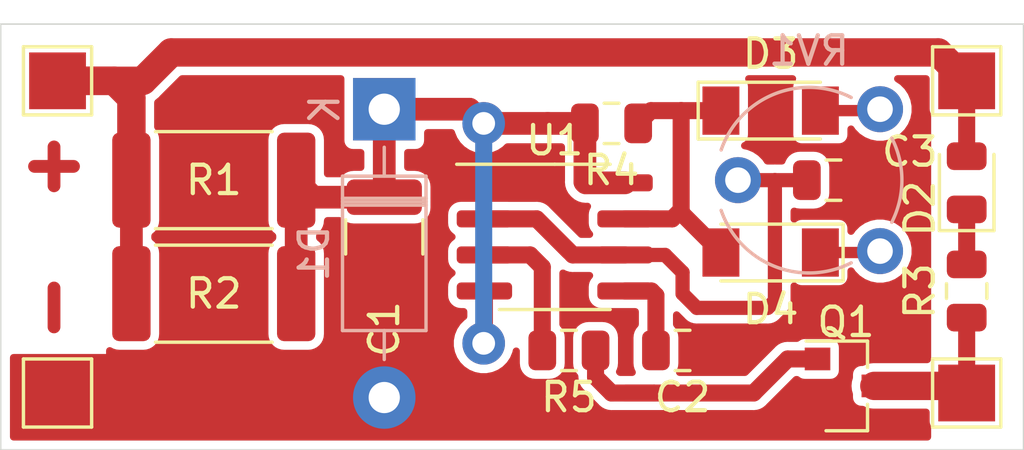
<source format=kicad_pcb>
(kicad_pcb (version 20171130) (host pcbnew "(5.1.9)-1")

  (general
    (thickness 1.6)
    (drawings 5)
    (tracks 71)
    (zones 0)
    (modules 19)
    (nets 13)
  )

  (page A4)
  (layers
    (0 F.Cu signal)
    (31 B.Cu signal)
    (32 B.Adhes user)
    (33 F.Adhes user)
    (34 B.Paste user)
    (35 F.Paste user)
    (36 B.SilkS user)
    (37 F.SilkS user)
    (38 B.Mask user)
    (39 F.Mask user)
    (40 Dwgs.User user hide)
    (41 Cmts.User user hide)
    (42 Eco1.User user hide)
    (43 Eco2.User user hide)
    (44 Edge.Cuts user)
    (45 Margin user)
    (46 B.CrtYd user hide)
    (47 F.CrtYd user)
    (48 B.Fab user hide)
    (49 F.Fab user hide)
  )

  (setup
    (last_trace_width 0.25)
    (user_trace_width 0.4)
    (user_trace_width 0.5)
    (user_trace_width 0.6)
    (user_trace_width 0.8)
    (user_trace_width 1)
    (trace_clearance 0.2)
    (zone_clearance 0.508)
    (zone_45_only no)
    (trace_min 0.2)
    (via_size 0.8)
    (via_drill 0.4)
    (via_min_size 0.4)
    (via_min_drill 0.3)
    (user_via 1.5 0.8)
    (uvia_size 0.3)
    (uvia_drill 0.1)
    (uvias_allowed no)
    (uvia_min_size 0.2)
    (uvia_min_drill 0.1)
    (edge_width 0.05)
    (segment_width 0.2)
    (pcb_text_width 0.3)
    (pcb_text_size 1.5 1.5)
    (mod_edge_width 0.12)
    (mod_text_size 1 1)
    (mod_text_width 0.15)
    (pad_size 1.524 1.524)
    (pad_drill 0.762)
    (pad_to_mask_clearance 0)
    (aux_axis_origin 0 0)
    (visible_elements 7FFFFFFF)
    (pcbplotparams
      (layerselection 0x010fc_ffffffff)
      (usegerberextensions false)
      (usegerberattributes true)
      (usegerberadvancedattributes true)
      (creategerberjobfile true)
      (excludeedgelayer true)
      (linewidth 0.100000)
      (plotframeref false)
      (viasonmask false)
      (mode 1)
      (useauxorigin false)
      (hpglpennumber 1)
      (hpglpenspeed 20)
      (hpglpendiameter 15.000000)
      (psnegative false)
      (psa4output false)
      (plotreference true)
      (plotvalue true)
      (plotinvisibletext false)
      (padsonsilk false)
      (subtractmaskfromsilk false)
      (outputformat 1)
      (mirror false)
      (drillshape 1)
      (scaleselection 1)
      (outputdirectory ""))
  )

  (net 0 "")
  (net 1 GND)
  (net 2 VCC)
  (net 3 "Net-(C2-Pad2)")
  (net 4 "Net-(C3-Pad1)")
  (net 5 24V)
  (net 6 "Net-(D2-Pad1)")
  (net 7 "Net-(D3-Pad2)")
  (net 8 "Net-(D3-Pad1)")
  (net 9 "Net-(D4-Pad1)")
  (net 10 "Net-(Q1-Pad1)")
  (net 11 FAN_CONTROL)
  (net 12 PWM_OUT)

  (net_class Default "This is the default net class."
    (clearance 0.2)
    (trace_width 0.25)
    (via_dia 0.8)
    (via_drill 0.4)
    (uvia_dia 0.3)
    (uvia_drill 0.1)
    (add_net 24V)
    (add_net FAN_CONTROL)
    (add_net GND)
    (add_net "Net-(C2-Pad2)")
    (add_net "Net-(C3-Pad1)")
    (add_net "Net-(D2-Pad1)")
    (add_net "Net-(D3-Pad1)")
    (add_net "Net-(D3-Pad2)")
    (add_net "Net-(D4-Pad1)")
    (add_net "Net-(Q1-Pad1)")
    (add_net PWM_OUT)
    (add_net VCC)
  )

  (module Package_SO:SOIC-8_3.9x4.9mm_P1.27mm (layer F.Cu) (tedit 5C97300E) (tstamp 62582D5C)
    (at 125.5 89.5)
    (descr "SOIC, 8 Pin (JEDEC MS-012AA, https://www.analog.com/media/en/package-pcb-resources/package/pkg_pdf/soic_narrow-r/r_8.pdf), generated with kicad-footprint-generator ipc_gullwing_generator.py")
    (tags "SOIC SO")
    (path /6257E121)
    (attr smd)
    (fp_text reference U1 (at 0 -3.4) (layer F.SilkS)
      (effects (font (size 1 1) (thickness 0.15)))
    )
    (fp_text value NE555 (at 0 3.4) (layer F.Fab)
      (effects (font (size 1 1) (thickness 0.15)))
    )
    (fp_line (start 3.7 -2.7) (end -3.7 -2.7) (layer F.CrtYd) (width 0.05))
    (fp_line (start 3.7 2.7) (end 3.7 -2.7) (layer F.CrtYd) (width 0.05))
    (fp_line (start -3.7 2.7) (end 3.7 2.7) (layer F.CrtYd) (width 0.05))
    (fp_line (start -3.7 -2.7) (end -3.7 2.7) (layer F.CrtYd) (width 0.05))
    (fp_line (start -1.95 -1.475) (end -0.975 -2.45) (layer F.Fab) (width 0.1))
    (fp_line (start -1.95 2.45) (end -1.95 -1.475) (layer F.Fab) (width 0.1))
    (fp_line (start 1.95 2.45) (end -1.95 2.45) (layer F.Fab) (width 0.1))
    (fp_line (start 1.95 -2.45) (end 1.95 2.45) (layer F.Fab) (width 0.1))
    (fp_line (start -0.975 -2.45) (end 1.95 -2.45) (layer F.Fab) (width 0.1))
    (fp_line (start 0 -2.56) (end -3.45 -2.56) (layer F.SilkS) (width 0.12))
    (fp_line (start 0 -2.56) (end 1.95 -2.56) (layer F.SilkS) (width 0.12))
    (fp_line (start 0 2.56) (end -1.95 2.56) (layer F.SilkS) (width 0.12))
    (fp_line (start 0 2.56) (end 1.95 2.56) (layer F.SilkS) (width 0.12))
    (fp_text user %R (at 0 0) (layer F.Fab)
      (effects (font (size 0.98 0.98) (thickness 0.15)))
    )
    (pad 8 smd roundrect (at 2.475 -1.905) (size 1.95 0.6) (layers F.Cu F.Paste F.Mask) (roundrect_rratio 0.25)
      (net 2 VCC))
    (pad 7 smd roundrect (at 2.475 -0.635) (size 1.95 0.6) (layers F.Cu F.Paste F.Mask) (roundrect_rratio 0.25)
      (net 8 "Net-(D3-Pad1)"))
    (pad 6 smd roundrect (at 2.475 0.635) (size 1.95 0.6) (layers F.Cu F.Paste F.Mask) (roundrect_rratio 0.25)
      (net 4 "Net-(C3-Pad1)"))
    (pad 5 smd roundrect (at 2.475 1.905) (size 1.95 0.6) (layers F.Cu F.Paste F.Mask) (roundrect_rratio 0.25)
      (net 3 "Net-(C2-Pad2)"))
    (pad 4 smd roundrect (at -2.475 1.905) (size 1.95 0.6) (layers F.Cu F.Paste F.Mask) (roundrect_rratio 0.25)
      (net 2 VCC))
    (pad 3 smd roundrect (at -2.475 0.635) (size 1.95 0.6) (layers F.Cu F.Paste F.Mask) (roundrect_rratio 0.25)
      (net 12 PWM_OUT))
    (pad 2 smd roundrect (at -2.475 -0.635) (size 1.95 0.6) (layers F.Cu F.Paste F.Mask) (roundrect_rratio 0.25)
      (net 4 "Net-(C3-Pad1)"))
    (pad 1 smd roundrect (at -2.475 -1.905) (size 1.95 0.6) (layers F.Cu F.Paste F.Mask) (roundrect_rratio 0.25)
      (net 1 GND))
    (model ${KISYS3DMOD}/Package_SO.3dshapes/SOIC-8_3.9x4.9mm_P1.27mm.wrl
      (at (xyz 0 0 0))
      (scale (xyz 1 1 1))
      (rotate (xyz 0 0 0))
    )
  )

  (module TestPoint:TestPoint_Pad_2.0x2.0mm (layer F.Cu) (tedit 5A0F774F) (tstamp 62582D42)
    (at 140 95)
    (descr "SMD rectangular pad as test Point, square 2.0mm side length")
    (tags "test point SMD pad rectangle square")
    (path /625A354A)
    (attr virtual)
    (fp_text reference TP4 (at -2 -1.5) (layer F.SilkS) hide
      (effects (font (size 1 1) (thickness 0.15)))
    )
    (fp_text value FAN- (at 0 2.05) (layer F.Fab)
      (effects (font (size 1 1) (thickness 0.15)))
    )
    (fp_line (start 1.5 1.5) (end -1.5 1.5) (layer F.CrtYd) (width 0.05))
    (fp_line (start 1.5 1.5) (end 1.5 -1.5) (layer F.CrtYd) (width 0.05))
    (fp_line (start -1.5 -1.5) (end -1.5 1.5) (layer F.CrtYd) (width 0.05))
    (fp_line (start -1.5 -1.5) (end 1.5 -1.5) (layer F.CrtYd) (width 0.05))
    (fp_line (start -1.2 1.2) (end -1.2 -1.2) (layer F.SilkS) (width 0.12))
    (fp_line (start 1.2 1.2) (end -1.2 1.2) (layer F.SilkS) (width 0.12))
    (fp_line (start 1.2 -1.2) (end 1.2 1.2) (layer F.SilkS) (width 0.12))
    (fp_line (start -1.2 -1.2) (end 1.2 -1.2) (layer F.SilkS) (width 0.12))
    (fp_text user %R (at 0 -2) (layer F.Fab)
      (effects (font (size 1 1) (thickness 0.15)))
    )
    (pad 1 smd rect (at 0 0) (size 2 2) (layers F.Cu F.Mask)
      (net 11 FAN_CONTROL))
  )

  (module TestPoint:TestPoint_Pad_2.0x2.0mm (layer F.Cu) (tedit 5A0F774F) (tstamp 62582D34)
    (at 140 84)
    (descr "SMD rectangular pad as test Point, square 2.0mm side length")
    (tags "test point SMD pad rectangle square")
    (path /625AE28D)
    (attr virtual)
    (fp_text reference TP3 (at -3 -0.5) (layer F.SilkS) hide
      (effects (font (size 1 1) (thickness 0.15)))
    )
    (fp_text value FAN+ (at 0 2.05) (layer F.Fab)
      (effects (font (size 1 1) (thickness 0.15)))
    )
    (fp_line (start 1.5 1.5) (end -1.5 1.5) (layer F.CrtYd) (width 0.05))
    (fp_line (start 1.5 1.5) (end 1.5 -1.5) (layer F.CrtYd) (width 0.05))
    (fp_line (start -1.5 -1.5) (end -1.5 1.5) (layer F.CrtYd) (width 0.05))
    (fp_line (start -1.5 -1.5) (end 1.5 -1.5) (layer F.CrtYd) (width 0.05))
    (fp_line (start -1.2 1.2) (end -1.2 -1.2) (layer F.SilkS) (width 0.12))
    (fp_line (start 1.2 1.2) (end -1.2 1.2) (layer F.SilkS) (width 0.12))
    (fp_line (start 1.2 -1.2) (end 1.2 1.2) (layer F.SilkS) (width 0.12))
    (fp_line (start -1.2 -1.2) (end 1.2 -1.2) (layer F.SilkS) (width 0.12))
    (fp_text user %R (at 0 -2) (layer F.Fab)
      (effects (font (size 1 1) (thickness 0.15)))
    )
    (pad 1 smd rect (at 0 0) (size 2 2) (layers F.Cu F.Mask)
      (net 5 24V))
  )

  (module TestPoint:TestPoint_Pad_2.0x2.0mm (layer F.Cu) (tedit 5A0F774F) (tstamp 62582D26)
    (at 108 95)
    (descr "SMD rectangular pad as test Point, square 2.0mm side length")
    (tags "test point SMD pad rectangle square")
    (path /625A31CE)
    (attr virtual)
    (fp_text reference TP2 (at 3.25 0.25) (layer F.SilkS) hide
      (effects (font (size 1 1) (thickness 0.15)))
    )
    (fp_text value GND (at 0 2.05) (layer F.Fab)
      (effects (font (size 1 1) (thickness 0.15)))
    )
    (fp_line (start 1.5 1.5) (end -1.5 1.5) (layer F.CrtYd) (width 0.05))
    (fp_line (start 1.5 1.5) (end 1.5 -1.5) (layer F.CrtYd) (width 0.05))
    (fp_line (start -1.5 -1.5) (end -1.5 1.5) (layer F.CrtYd) (width 0.05))
    (fp_line (start -1.5 -1.5) (end 1.5 -1.5) (layer F.CrtYd) (width 0.05))
    (fp_line (start -1.2 1.2) (end -1.2 -1.2) (layer F.SilkS) (width 0.12))
    (fp_line (start 1.2 1.2) (end -1.2 1.2) (layer F.SilkS) (width 0.12))
    (fp_line (start 1.2 -1.2) (end 1.2 1.2) (layer F.SilkS) (width 0.12))
    (fp_line (start -1.2 -1.2) (end 1.2 -1.2) (layer F.SilkS) (width 0.12))
    (fp_text user %R (at 0 -2) (layer F.Fab)
      (effects (font (size 1 1) (thickness 0.15)))
    )
    (pad 1 smd rect (at 0 0) (size 2 2) (layers F.Cu F.Mask)
      (net 1 GND))
  )

  (module TestPoint:TestPoint_Pad_2.0x2.0mm (layer F.Cu) (tedit 5A0F774F) (tstamp 62582D18)
    (at 108 84)
    (descr "SMD rectangular pad as test Point, square 2.0mm side length")
    (tags "test point SMD pad rectangle square")
    (path /625A2D0F)
    (attr virtual)
    (fp_text reference TP1 (at 2.75 0) (layer F.SilkS) hide
      (effects (font (size 1 1) (thickness 0.15)))
    )
    (fp_text value 24V (at 0 2.05) (layer F.Fab)
      (effects (font (size 1 1) (thickness 0.15)))
    )
    (fp_line (start 1.5 1.5) (end -1.5 1.5) (layer F.CrtYd) (width 0.05))
    (fp_line (start 1.5 1.5) (end 1.5 -1.5) (layer F.CrtYd) (width 0.05))
    (fp_line (start -1.5 -1.5) (end -1.5 1.5) (layer F.CrtYd) (width 0.05))
    (fp_line (start -1.5 -1.5) (end 1.5 -1.5) (layer F.CrtYd) (width 0.05))
    (fp_line (start -1.2 1.2) (end -1.2 -1.2) (layer F.SilkS) (width 0.12))
    (fp_line (start 1.2 1.2) (end -1.2 1.2) (layer F.SilkS) (width 0.12))
    (fp_line (start 1.2 -1.2) (end 1.2 1.2) (layer F.SilkS) (width 0.12))
    (fp_line (start -1.2 -1.2) (end 1.2 -1.2) (layer F.SilkS) (width 0.12))
    (fp_text user %R (at 0 -2) (layer F.Fab)
      (effects (font (size 1 1) (thickness 0.15)))
    )
    (pad 1 smd rect (at 0 0) (size 2 2) (layers F.Cu F.Mask)
      (net 5 24V))
  )

  (module Potentiometer_THT:Potentiometer_Piher_PT-6-V_Vertical (layer B.Cu) (tedit 5A3D4993) (tstamp 62582D0A)
    (at 136.95 90 180)
    (descr "Potentiometer, vertical, Piher PT-6-V, http://www.piher-nacesa.com/pdf/11-PT6v03.pdf")
    (tags "Potentiometer vertical Piher PT-6-V")
    (path /62585789)
    (fp_text reference RV1 (at 2.5 7.06) (layer B.SilkS)
      (effects (font (size 1 1) (thickness 0.15)) (justify mirror))
    )
    (fp_text value 10K (at 2.5 -2.06) (layer B.Fab)
      (effects (font (size 1 1) (thickness 0.15)) (justify mirror))
    )
    (fp_line (start 6.1 6.1) (end -1.1 6.1) (layer B.CrtYd) (width 0.05))
    (fp_line (start 6.1 -1.1) (end 6.1 6.1) (layer B.CrtYd) (width 0.05))
    (fp_line (start -1.1 -1.1) (end 6.1 -1.1) (layer B.CrtYd) (width 0.05))
    (fp_line (start -1.1 6.1) (end -1.1 -1.1) (layer B.CrtYd) (width 0.05))
    (fp_circle (center 2.5 2.5) (end 3.4 2.5) (layer B.Fab) (width 0.1))
    (fp_circle (center 2.5 2.5) (end 5.65 2.5) (layer B.Fab) (width 0.1))
    (fp_text user %R (at 0.55 2.5 270) (layer B.Fab)
      (effects (font (size 1 1) (thickness 0.15)) (justify mirror))
    )
    (fp_arc (start 2.5 2.5) (end 1.015 -0.414) (angle 28) (layer B.SilkS) (width 0.12))
    (fp_arc (start 2.5 2.5) (end -0.414 3.984) (angle 54) (layer B.SilkS) (width 0.12))
    (fp_arc (start 2.5 2.5) (end 5.592 3.564) (angle 98) (layer B.SilkS) (width 0.12))
    (fp_arc (start 2.5 2.5) (end 2.5 -0.77) (angle 71) (layer B.SilkS) (width 0.12))
    (pad 1 thru_hole circle (at 0 0 180) (size 1.62 1.62) (drill 0.9) (layers *.Cu *.Mask)
      (net 9 "Net-(D4-Pad1)"))
    (pad 2 thru_hole circle (at 5 2.5 180) (size 1.62 1.62) (drill 0.9) (layers *.Cu *.Mask)
      (net 4 "Net-(C3-Pad1)"))
    (pad 3 thru_hole circle (at 0 5 180) (size 1.62 1.62) (drill 0.9) (layers *.Cu *.Mask)
      (net 7 "Net-(D3-Pad2)"))
    (model ${KISYS3DMOD}/Potentiometer_THT.3dshapes/Potentiometer_Piher_PT-6-V_Vertical.wrl
      (at (xyz 0 0 0))
      (scale (xyz 1 1 1))
      (rotate (xyz 0 0 0))
    )
  )

  (module Resistor_SMD:R_0805_2012Metric (layer F.Cu) (tedit 5B36C52B) (tstamp 625849B7)
    (at 126 93.5 180)
    (descr "Resistor SMD 0805 (2012 Metric), square (rectangular) end terminal, IPC_7351 nominal, (Body size source: https://docs.google.com/spreadsheets/d/1BsfQQcO9C6DZCsRaXUlFlo91Tg2WpOkGARC1WS5S8t0/edit?usp=sharing), generated with kicad-footprint-generator")
    (tags resistor)
    (path /6259517F)
    (attr smd)
    (fp_text reference R5 (at 0 -1.65) (layer F.SilkS)
      (effects (font (size 1 1) (thickness 0.15)))
    )
    (fp_text value 4.7K (at 0 1.65) (layer F.Fab)
      (effects (font (size 1 1) (thickness 0.15)))
    )
    (fp_line (start 1.68 0.95) (end -1.68 0.95) (layer F.CrtYd) (width 0.05))
    (fp_line (start 1.68 -0.95) (end 1.68 0.95) (layer F.CrtYd) (width 0.05))
    (fp_line (start -1.68 -0.95) (end 1.68 -0.95) (layer F.CrtYd) (width 0.05))
    (fp_line (start -1.68 0.95) (end -1.68 -0.95) (layer F.CrtYd) (width 0.05))
    (fp_line (start -0.258578 0.71) (end 0.258578 0.71) (layer F.SilkS) (width 0.12))
    (fp_line (start -0.258578 -0.71) (end 0.258578 -0.71) (layer F.SilkS) (width 0.12))
    (fp_line (start 1 0.6) (end -1 0.6) (layer F.Fab) (width 0.1))
    (fp_line (start 1 -0.6) (end 1 0.6) (layer F.Fab) (width 0.1))
    (fp_line (start -1 -0.6) (end 1 -0.6) (layer F.Fab) (width 0.1))
    (fp_line (start -1 0.6) (end -1 -0.6) (layer F.Fab) (width 0.1))
    (fp_text user %R (at 0 0) (layer F.Fab)
      (effects (font (size 0.5 0.5) (thickness 0.08)))
    )
    (pad 2 smd roundrect (at 0.9375 0 180) (size 0.975 1.4) (layers F.Cu F.Paste F.Mask) (roundrect_rratio 0.25)
      (net 12 PWM_OUT))
    (pad 1 smd roundrect (at -0.9375 0 180) (size 0.975 1.4) (layers F.Cu F.Paste F.Mask) (roundrect_rratio 0.25)
      (net 10 "Net-(Q1-Pad1)"))
    (model ${KISYS3DMOD}/Resistor_SMD.3dshapes/R_0805_2012Metric.wrl
      (at (xyz 0 0 0))
      (scale (xyz 1 1 1))
      (rotate (xyz 0 0 0))
    )
  )

  (module Resistor_SMD:R_0805_2012Metric (layer F.Cu) (tedit 5B36C52B) (tstamp 62582CE7)
    (at 127.5 85.5 180)
    (descr "Resistor SMD 0805 (2012 Metric), square (rectangular) end terminal, IPC_7351 nominal, (Body size source: https://docs.google.com/spreadsheets/d/1BsfQQcO9C6DZCsRaXUlFlo91Tg2WpOkGARC1WS5S8t0/edit?usp=sharing), generated with kicad-footprint-generator")
    (tags resistor)
    (path /62593887)
    (attr smd)
    (fp_text reference R4 (at 0 -1.65) (layer F.SilkS)
      (effects (font (size 1 1) (thickness 0.15)))
    )
    (fp_text value 1k (at 0 1.65) (layer F.Fab)
      (effects (font (size 1 1) (thickness 0.15)))
    )
    (fp_line (start 1.68 0.95) (end -1.68 0.95) (layer F.CrtYd) (width 0.05))
    (fp_line (start 1.68 -0.95) (end 1.68 0.95) (layer F.CrtYd) (width 0.05))
    (fp_line (start -1.68 -0.95) (end 1.68 -0.95) (layer F.CrtYd) (width 0.05))
    (fp_line (start -1.68 0.95) (end -1.68 -0.95) (layer F.CrtYd) (width 0.05))
    (fp_line (start -0.258578 0.71) (end 0.258578 0.71) (layer F.SilkS) (width 0.12))
    (fp_line (start -0.258578 -0.71) (end 0.258578 -0.71) (layer F.SilkS) (width 0.12))
    (fp_line (start 1 0.6) (end -1 0.6) (layer F.Fab) (width 0.1))
    (fp_line (start 1 -0.6) (end 1 0.6) (layer F.Fab) (width 0.1))
    (fp_line (start -1 -0.6) (end 1 -0.6) (layer F.Fab) (width 0.1))
    (fp_line (start -1 0.6) (end -1 -0.6) (layer F.Fab) (width 0.1))
    (fp_text user %R (at 0 0) (layer F.Fab)
      (effects (font (size 0.5 0.5) (thickness 0.08)))
    )
    (pad 2 smd roundrect (at 0.9375 0 180) (size 0.975 1.4) (layers F.Cu F.Paste F.Mask) (roundrect_rratio 0.25)
      (net 2 VCC))
    (pad 1 smd roundrect (at -0.9375 0 180) (size 0.975 1.4) (layers F.Cu F.Paste F.Mask) (roundrect_rratio 0.25)
      (net 8 "Net-(D3-Pad1)"))
    (model ${KISYS3DMOD}/Resistor_SMD.3dshapes/R_0805_2012Metric.wrl
      (at (xyz 0 0 0))
      (scale (xyz 1 1 1))
      (rotate (xyz 0 0 0))
    )
  )

  (module Resistor_SMD:R_0805_2012Metric (layer F.Cu) (tedit 5B36C52B) (tstamp 62582CD6)
    (at 140 91.406666 90)
    (descr "Resistor SMD 0805 (2012 Metric), square (rectangular) end terminal, IPC_7351 nominal, (Body size source: https://docs.google.com/spreadsheets/d/1BsfQQcO9C6DZCsRaXUlFlo91Tg2WpOkGARC1WS5S8t0/edit?usp=sharing), generated with kicad-footprint-generator")
    (tags resistor)
    (path /625BF54D)
    (attr smd)
    (fp_text reference R3 (at 0 -1.65 90) (layer F.SilkS)
      (effects (font (size 1 1) (thickness 0.15)))
    )
    (fp_text value 10K (at 0 1.65 90) (layer F.Fab)
      (effects (font (size 1 1) (thickness 0.15)))
    )
    (fp_line (start 1.68 0.95) (end -1.68 0.95) (layer F.CrtYd) (width 0.05))
    (fp_line (start 1.68 -0.95) (end 1.68 0.95) (layer F.CrtYd) (width 0.05))
    (fp_line (start -1.68 -0.95) (end 1.68 -0.95) (layer F.CrtYd) (width 0.05))
    (fp_line (start -1.68 0.95) (end -1.68 -0.95) (layer F.CrtYd) (width 0.05))
    (fp_line (start -0.258578 0.71) (end 0.258578 0.71) (layer F.SilkS) (width 0.12))
    (fp_line (start -0.258578 -0.71) (end 0.258578 -0.71) (layer F.SilkS) (width 0.12))
    (fp_line (start 1 0.6) (end -1 0.6) (layer F.Fab) (width 0.1))
    (fp_line (start 1 -0.6) (end 1 0.6) (layer F.Fab) (width 0.1))
    (fp_line (start -1 -0.6) (end 1 -0.6) (layer F.Fab) (width 0.1))
    (fp_line (start -1 0.6) (end -1 -0.6) (layer F.Fab) (width 0.1))
    (fp_text user %R (at 0 0 90) (layer F.Fab)
      (effects (font (size 0.5 0.5) (thickness 0.08)))
    )
    (pad 2 smd roundrect (at 0.9375 0 90) (size 0.975 1.4) (layers F.Cu F.Paste F.Mask) (roundrect_rratio 0.25)
      (net 6 "Net-(D2-Pad1)"))
    (pad 1 smd roundrect (at -0.9375 0 90) (size 0.975 1.4) (layers F.Cu F.Paste F.Mask) (roundrect_rratio 0.25)
      (net 11 FAN_CONTROL))
    (model ${KISYS3DMOD}/Resistor_SMD.3dshapes/R_0805_2012Metric.wrl
      (at (xyz 0 0 0))
      (scale (xyz 1 1 1))
      (rotate (xyz 0 0 0))
    )
  )

  (module Resistor_SMD:R_2512_6332Metric (layer F.Cu) (tedit 5B301BBD) (tstamp 62582FD1)
    (at 113.5 91.5 180)
    (descr "Resistor SMD 2512 (6332 Metric), square (rectangular) end terminal, IPC_7351 nominal, (Body size source: http://www.tortai-tech.com/upload/download/2011102023233369053.pdf), generated with kicad-footprint-generator")
    (tags resistor)
    (path /6257B2A1)
    (attr smd)
    (fp_text reference R2 (at 0 0) (layer F.SilkS)
      (effects (font (size 1 1) (thickness 0.15)))
    )
    (fp_text value 560R (at 0 2.62) (layer F.Fab)
      (effects (font (size 1 1) (thickness 0.15)))
    )
    (fp_line (start 3.82 1.92) (end -3.82 1.92) (layer F.CrtYd) (width 0.05))
    (fp_line (start 3.82 -1.92) (end 3.82 1.92) (layer F.CrtYd) (width 0.05))
    (fp_line (start -3.82 -1.92) (end 3.82 -1.92) (layer F.CrtYd) (width 0.05))
    (fp_line (start -3.82 1.92) (end -3.82 -1.92) (layer F.CrtYd) (width 0.05))
    (fp_line (start -2.052064 1.71) (end 2.052064 1.71) (layer F.SilkS) (width 0.12))
    (fp_line (start -2.052064 -1.71) (end 2.052064 -1.71) (layer F.SilkS) (width 0.12))
    (fp_line (start 3.15 1.6) (end -3.15 1.6) (layer F.Fab) (width 0.1))
    (fp_line (start 3.15 -1.6) (end 3.15 1.6) (layer F.Fab) (width 0.1))
    (fp_line (start -3.15 -1.6) (end 3.15 -1.6) (layer F.Fab) (width 0.1))
    (fp_line (start -3.15 1.6) (end -3.15 -1.6) (layer F.Fab) (width 0.1))
    (fp_text user %R (at 0 0) (layer F.Fab)
      (effects (font (size 1 1) (thickness 0.15)))
    )
    (pad 2 smd roundrect (at 2.9 0 180) (size 1.35 3.35) (layers F.Cu F.Paste F.Mask) (roundrect_rratio 0.185185)
      (net 5 24V))
    (pad 1 smd roundrect (at -2.9 0 180) (size 1.35 3.35) (layers F.Cu F.Paste F.Mask) (roundrect_rratio 0.185185)
      (net 2 VCC))
    (model ${KISYS3DMOD}/Resistor_SMD.3dshapes/R_2512_6332Metric.wrl
      (at (xyz 0 0 0))
      (scale (xyz 1 1 1))
      (rotate (xyz 0 0 0))
    )
  )

  (module Resistor_SMD:R_2512_6332Metric (layer F.Cu) (tedit 5B301BBD) (tstamp 62582CB4)
    (at 113.5 87.5 180)
    (descr "Resistor SMD 2512 (6332 Metric), square (rectangular) end terminal, IPC_7351 nominal, (Body size source: http://www.tortai-tech.com/upload/download/2011102023233369053.pdf), generated with kicad-footprint-generator")
    (tags resistor)
    (path /6257D077)
    (attr smd)
    (fp_text reference R1 (at 0 0) (layer F.SilkS)
      (effects (font (size 1 1) (thickness 0.15)))
    )
    (fp_text value 560R (at 0 2.62) (layer F.Fab)
      (effects (font (size 1 1) (thickness 0.15)))
    )
    (fp_line (start 3.82 1.92) (end -3.82 1.92) (layer F.CrtYd) (width 0.05))
    (fp_line (start 3.82 -1.92) (end 3.82 1.92) (layer F.CrtYd) (width 0.05))
    (fp_line (start -3.82 -1.92) (end 3.82 -1.92) (layer F.CrtYd) (width 0.05))
    (fp_line (start -3.82 1.92) (end -3.82 -1.92) (layer F.CrtYd) (width 0.05))
    (fp_line (start -2.052064 1.71) (end 2.052064 1.71) (layer F.SilkS) (width 0.12))
    (fp_line (start -2.052064 -1.71) (end 2.052064 -1.71) (layer F.SilkS) (width 0.12))
    (fp_line (start 3.15 1.6) (end -3.15 1.6) (layer F.Fab) (width 0.1))
    (fp_line (start 3.15 -1.6) (end 3.15 1.6) (layer F.Fab) (width 0.1))
    (fp_line (start -3.15 -1.6) (end 3.15 -1.6) (layer F.Fab) (width 0.1))
    (fp_line (start -3.15 1.6) (end -3.15 -1.6) (layer F.Fab) (width 0.1))
    (fp_text user %R (at 0 0) (layer F.Fab)
      (effects (font (size 1 1) (thickness 0.15)))
    )
    (pad 2 smd roundrect (at 2.9 0 180) (size 1.35 3.35) (layers F.Cu F.Paste F.Mask) (roundrect_rratio 0.185185)
      (net 5 24V))
    (pad 1 smd roundrect (at -2.9 0 180) (size 1.35 3.35) (layers F.Cu F.Paste F.Mask) (roundrect_rratio 0.185185)
      (net 2 VCC))
    (model ${KISYS3DMOD}/Resistor_SMD.3dshapes/R_2512_6332Metric.wrl
      (at (xyz 0 0 0))
      (scale (xyz 1 1 1))
      (rotate (xyz 0 0 0))
    )
  )

  (module Package_TO_SOT_SMD:SOT-23 (layer F.Cu) (tedit 5A02FF57) (tstamp 625849EB)
    (at 135.75 94.75)
    (descr "SOT-23, Standard")
    (tags SOT-23)
    (path /6257F220)
    (attr smd)
    (fp_text reference Q1 (at 0 -2.25 180) (layer F.SilkS)
      (effects (font (size 1 1) (thickness 0.15)))
    )
    (fp_text value S8050_SMD (at 0 2.5) (layer F.Fab)
      (effects (font (size 1 1) (thickness 0.15)))
    )
    (fp_line (start 0.76 1.58) (end -0.7 1.58) (layer F.SilkS) (width 0.12))
    (fp_line (start 0.76 -1.58) (end -1.4 -1.58) (layer F.SilkS) (width 0.12))
    (fp_line (start -1.7 1.75) (end -1.7 -1.75) (layer F.CrtYd) (width 0.05))
    (fp_line (start 1.7 1.75) (end -1.7 1.75) (layer F.CrtYd) (width 0.05))
    (fp_line (start 1.7 -1.75) (end 1.7 1.75) (layer F.CrtYd) (width 0.05))
    (fp_line (start -1.7 -1.75) (end 1.7 -1.75) (layer F.CrtYd) (width 0.05))
    (fp_line (start 0.76 -1.58) (end 0.76 -0.65) (layer F.SilkS) (width 0.12))
    (fp_line (start 0.76 1.58) (end 0.76 0.65) (layer F.SilkS) (width 0.12))
    (fp_line (start -0.7 1.52) (end 0.7 1.52) (layer F.Fab) (width 0.1))
    (fp_line (start 0.7 -1.52) (end 0.7 1.52) (layer F.Fab) (width 0.1))
    (fp_line (start -0.7 -0.95) (end -0.15 -1.52) (layer F.Fab) (width 0.1))
    (fp_line (start -0.15 -1.52) (end 0.7 -1.52) (layer F.Fab) (width 0.1))
    (fp_line (start -0.7 -0.95) (end -0.7 1.5) (layer F.Fab) (width 0.1))
    (fp_text user %R (at 0 0 90) (layer F.Fab)
      (effects (font (size 0.5 0.5) (thickness 0.075)))
    )
    (pad 3 smd rect (at 1 0) (size 0.9 0.8) (layers F.Cu F.Paste F.Mask)
      (net 11 FAN_CONTROL))
    (pad 2 smd rect (at -1 0.95) (size 0.9 0.8) (layers F.Cu F.Paste F.Mask)
      (net 1 GND))
    (pad 1 smd rect (at -1 -0.95) (size 0.9 0.8) (layers F.Cu F.Paste F.Mask)
      (net 10 "Net-(Q1-Pad1)"))
    (model ${KISYS3DMOD}/Package_TO_SOT_SMD.3dshapes/SOT-23.wrl
      (at (xyz 0 0 0))
      (scale (xyz 1 1 1))
      (rotate (xyz 0 0 0))
    )
  )

  (module Diode_SMD:D_MiniMELF (layer F.Cu) (tedit 5905D8F5) (tstamp 62582C8E)
    (at 133.1 90.05 180)
    (descr "Diode Mini-MELF")
    (tags "Diode Mini-MELF")
    (path /62581BBA)
    (attr smd)
    (fp_text reference D4 (at 0 -2) (layer F.SilkS)
      (effects (font (size 1 1) (thickness 0.15)))
    )
    (fp_text value 1N4148W (at 0 1.75) (layer F.Fab)
      (effects (font (size 1 1) (thickness 0.15)))
    )
    (fp_line (start -2.65 1.1) (end -2.65 -1.1) (layer F.CrtYd) (width 0.05))
    (fp_line (start 2.65 1.1) (end -2.65 1.1) (layer F.CrtYd) (width 0.05))
    (fp_line (start 2.65 -1.1) (end 2.65 1.1) (layer F.CrtYd) (width 0.05))
    (fp_line (start -2.65 -1.1) (end 2.65 -1.1) (layer F.CrtYd) (width 0.05))
    (fp_line (start -0.75 0) (end -0.35 0) (layer F.Fab) (width 0.1))
    (fp_line (start -0.35 0) (end -0.35 -0.55) (layer F.Fab) (width 0.1))
    (fp_line (start -0.35 0) (end -0.35 0.55) (layer F.Fab) (width 0.1))
    (fp_line (start -0.35 0) (end 0.25 -0.4) (layer F.Fab) (width 0.1))
    (fp_line (start 0.25 -0.4) (end 0.25 0.4) (layer F.Fab) (width 0.1))
    (fp_line (start 0.25 0.4) (end -0.35 0) (layer F.Fab) (width 0.1))
    (fp_line (start 0.25 0) (end 0.75 0) (layer F.Fab) (width 0.1))
    (fp_line (start -1.65 -0.8) (end 1.65 -0.8) (layer F.Fab) (width 0.1))
    (fp_line (start -1.65 0.8) (end -1.65 -0.8) (layer F.Fab) (width 0.1))
    (fp_line (start 1.65 0.8) (end -1.65 0.8) (layer F.Fab) (width 0.1))
    (fp_line (start 1.65 -0.8) (end 1.65 0.8) (layer F.Fab) (width 0.1))
    (fp_line (start -2.55 1) (end 1.75 1) (layer F.SilkS) (width 0.12))
    (fp_line (start -2.55 -1) (end -2.55 1) (layer F.SilkS) (width 0.12))
    (fp_line (start 1.75 -1) (end -2.55 -1) (layer F.SilkS) (width 0.12))
    (fp_text user %R (at 0 -2) (layer F.Fab)
      (effects (font (size 1 1) (thickness 0.15)))
    )
    (pad 2 smd rect (at 1.75 0 180) (size 1.3 1.7) (layers F.Cu F.Paste F.Mask)
      (net 8 "Net-(D3-Pad1)"))
    (pad 1 smd rect (at -1.75 0 180) (size 1.3 1.7) (layers F.Cu F.Paste F.Mask)
      (net 9 "Net-(D4-Pad1)"))
    (model ${KISYS3DMOD}/Diode_SMD.3dshapes/D_MiniMELF.wrl
      (at (xyz 0 0 0))
      (scale (xyz 1 1 1))
      (rotate (xyz 0 0 0))
    )
  )

  (module Diode_SMD:D_MiniMELF (layer F.Cu) (tedit 5905D8F5) (tstamp 62582C75)
    (at 133.1 85.05)
    (descr "Diode Mini-MELF")
    (tags "Diode Mini-MELF")
    (path /6258105B)
    (attr smd)
    (fp_text reference D3 (at 0 -2) (layer F.SilkS)
      (effects (font (size 1 1) (thickness 0.15)))
    )
    (fp_text value 1N4148W (at 0 1.75) (layer F.Fab)
      (effects (font (size 1 1) (thickness 0.15)))
    )
    (fp_line (start -2.65 1.1) (end -2.65 -1.1) (layer F.CrtYd) (width 0.05))
    (fp_line (start 2.65 1.1) (end -2.65 1.1) (layer F.CrtYd) (width 0.05))
    (fp_line (start 2.65 -1.1) (end 2.65 1.1) (layer F.CrtYd) (width 0.05))
    (fp_line (start -2.65 -1.1) (end 2.65 -1.1) (layer F.CrtYd) (width 0.05))
    (fp_line (start -0.75 0) (end -0.35 0) (layer F.Fab) (width 0.1))
    (fp_line (start -0.35 0) (end -0.35 -0.55) (layer F.Fab) (width 0.1))
    (fp_line (start -0.35 0) (end -0.35 0.55) (layer F.Fab) (width 0.1))
    (fp_line (start -0.35 0) (end 0.25 -0.4) (layer F.Fab) (width 0.1))
    (fp_line (start 0.25 -0.4) (end 0.25 0.4) (layer F.Fab) (width 0.1))
    (fp_line (start 0.25 0.4) (end -0.35 0) (layer F.Fab) (width 0.1))
    (fp_line (start 0.25 0) (end 0.75 0) (layer F.Fab) (width 0.1))
    (fp_line (start -1.65 -0.8) (end 1.65 -0.8) (layer F.Fab) (width 0.1))
    (fp_line (start -1.65 0.8) (end -1.65 -0.8) (layer F.Fab) (width 0.1))
    (fp_line (start 1.65 0.8) (end -1.65 0.8) (layer F.Fab) (width 0.1))
    (fp_line (start 1.65 -0.8) (end 1.65 0.8) (layer F.Fab) (width 0.1))
    (fp_line (start -2.55 1) (end 1.75 1) (layer F.SilkS) (width 0.12))
    (fp_line (start -2.55 -1) (end -2.55 1) (layer F.SilkS) (width 0.12))
    (fp_line (start 1.75 -1) (end -2.55 -1) (layer F.SilkS) (width 0.12))
    (fp_text user %R (at 0 -2) (layer F.Fab)
      (effects (font (size 1 1) (thickness 0.15)))
    )
    (pad 2 smd rect (at 1.75 0) (size 1.3 1.7) (layers F.Cu F.Paste F.Mask)
      (net 7 "Net-(D3-Pad2)"))
    (pad 1 smd rect (at -1.75 0) (size 1.3 1.7) (layers F.Cu F.Paste F.Mask)
      (net 8 "Net-(D3-Pad1)"))
    (model ${KISYS3DMOD}/Diode_SMD.3dshapes/D_MiniMELF.wrl
      (at (xyz 0 0 0))
      (scale (xyz 1 1 1))
      (rotate (xyz 0 0 0))
    )
  )

  (module LED_SMD:LED_0805_2012Metric (layer F.Cu) (tedit 5B36C52C) (tstamp 62582C5C)
    (at 140 87.593333 90)
    (descr "LED SMD 0805 (2012 Metric), square (rectangular) end terminal, IPC_7351 nominal, (Body size source: https://docs.google.com/spreadsheets/d/1BsfQQcO9C6DZCsRaXUlFlo91Tg2WpOkGARC1WS5S8t0/edit?usp=sharing), generated with kicad-footprint-generator")
    (tags diode)
    (path /625BD68D)
    (attr smd)
    (fp_text reference D2 (at -0.906667 -1.65 90) (layer F.SilkS)
      (effects (font (size 1 1) (thickness 0.15)))
    )
    (fp_text value LED (at 0 1.65 90) (layer F.Fab)
      (effects (font (size 1 1) (thickness 0.15)))
    )
    (fp_line (start 1.68 0.95) (end -1.68 0.95) (layer F.CrtYd) (width 0.05))
    (fp_line (start 1.68 -0.95) (end 1.68 0.95) (layer F.CrtYd) (width 0.05))
    (fp_line (start -1.68 -0.95) (end 1.68 -0.95) (layer F.CrtYd) (width 0.05))
    (fp_line (start -1.68 0.95) (end -1.68 -0.95) (layer F.CrtYd) (width 0.05))
    (fp_line (start -1.685 0.96) (end 1 0.96) (layer F.SilkS) (width 0.12))
    (fp_line (start -1.685 -0.96) (end -1.685 0.96) (layer F.SilkS) (width 0.12))
    (fp_line (start 1 -0.96) (end -1.685 -0.96) (layer F.SilkS) (width 0.12))
    (fp_line (start 1 0.6) (end 1 -0.6) (layer F.Fab) (width 0.1))
    (fp_line (start -1 0.6) (end 1 0.6) (layer F.Fab) (width 0.1))
    (fp_line (start -1 -0.3) (end -1 0.6) (layer F.Fab) (width 0.1))
    (fp_line (start -0.7 -0.6) (end -1 -0.3) (layer F.Fab) (width 0.1))
    (fp_line (start 1 -0.6) (end -0.7 -0.6) (layer F.Fab) (width 0.1))
    (fp_text user %R (at 0 0 90) (layer F.Fab)
      (effects (font (size 0.5 0.5) (thickness 0.08)))
    )
    (pad 2 smd roundrect (at 0.9375 0 90) (size 0.975 1.4) (layers F.Cu F.Paste F.Mask) (roundrect_rratio 0.25)
      (net 5 24V))
    (pad 1 smd roundrect (at -0.9375 0 90) (size 0.975 1.4) (layers F.Cu F.Paste F.Mask) (roundrect_rratio 0.25)
      (net 6 "Net-(D2-Pad1)"))
    (model ${KISYS3DMOD}/LED_SMD.3dshapes/LED_0805_2012Metric.wrl
      (at (xyz 0 0 0))
      (scale (xyz 1 1 1))
      (rotate (xyz 0 0 0))
    )
  )

  (module Diode_THT:D_DO-41_SOD81_P10.16mm_Horizontal (layer B.Cu) (tedit 5AE50CD5) (tstamp 62583223)
    (at 119.5 85 270)
    (descr "Diode, DO-41_SOD81 series, Axial, Horizontal, pin pitch=10.16mm, , length*diameter=5.2*2.7mm^2, , http://www.diodes.com/_files/packages/DO-41%20(Plastic).pdf")
    (tags "Diode DO-41_SOD81 series Axial Horizontal pin pitch 10.16mm  length 5.2mm diameter 2.7mm")
    (path /6257BCA4)
    (fp_text reference D1 (at 5.08 2.47 270) (layer B.SilkS)
      (effects (font (size 1 1) (thickness 0.15)) (justify mirror))
    )
    (fp_text value 1N47xxA (at 5.08 -2.47 270) (layer B.Fab)
      (effects (font (size 1 1) (thickness 0.15)) (justify mirror))
    )
    (fp_line (start 11.51 1.6) (end -1.35 1.6) (layer B.CrtYd) (width 0.05))
    (fp_line (start 11.51 -1.6) (end 11.51 1.6) (layer B.CrtYd) (width 0.05))
    (fp_line (start -1.35 -1.6) (end 11.51 -1.6) (layer B.CrtYd) (width 0.05))
    (fp_line (start -1.35 1.6) (end -1.35 -1.6) (layer B.CrtYd) (width 0.05))
    (fp_line (start 3.14 1.47) (end 3.14 -1.47) (layer B.SilkS) (width 0.12))
    (fp_line (start 3.38 1.47) (end 3.38 -1.47) (layer B.SilkS) (width 0.12))
    (fp_line (start 3.26 1.47) (end 3.26 -1.47) (layer B.SilkS) (width 0.12))
    (fp_line (start 8.82 0) (end 7.8 0) (layer B.SilkS) (width 0.12))
    (fp_line (start 1.34 0) (end 2.36 0) (layer B.SilkS) (width 0.12))
    (fp_line (start 7.8 1.47) (end 2.36 1.47) (layer B.SilkS) (width 0.12))
    (fp_line (start 7.8 -1.47) (end 7.8 1.47) (layer B.SilkS) (width 0.12))
    (fp_line (start 2.36 -1.47) (end 7.8 -1.47) (layer B.SilkS) (width 0.12))
    (fp_line (start 2.36 1.47) (end 2.36 -1.47) (layer B.SilkS) (width 0.12))
    (fp_line (start 3.16 1.35) (end 3.16 -1.35) (layer B.Fab) (width 0.1))
    (fp_line (start 3.36 1.35) (end 3.36 -1.35) (layer B.Fab) (width 0.1))
    (fp_line (start 3.26 1.35) (end 3.26 -1.35) (layer B.Fab) (width 0.1))
    (fp_line (start 10.16 0) (end 7.68 0) (layer B.Fab) (width 0.1))
    (fp_line (start 0 0) (end 2.48 0) (layer B.Fab) (width 0.1))
    (fp_line (start 7.68 1.35) (end 2.48 1.35) (layer B.Fab) (width 0.1))
    (fp_line (start 7.68 -1.35) (end 7.68 1.35) (layer B.Fab) (width 0.1))
    (fp_line (start 2.48 -1.35) (end 7.68 -1.35) (layer B.Fab) (width 0.1))
    (fp_line (start 2.48 1.35) (end 2.48 -1.35) (layer B.Fab) (width 0.1))
    (fp_text user K (at 0 2.1 270) (layer B.SilkS)
      (effects (font (size 1 1) (thickness 0.15)) (justify mirror))
    )
    (fp_text user K (at 0 2.1 270) (layer B.Fab)
      (effects (font (size 1 1) (thickness 0.15)) (justify mirror))
    )
    (fp_text user %R (at 5.47 0 270) (layer B.Fab)
      (effects (font (size 1 1) (thickness 0.15)) (justify mirror))
    )
    (pad 2 thru_hole oval (at 10.16 0 270) (size 2.2 2.2) (drill 1.1) (layers *.Cu *.Mask)
      (net 1 GND))
    (pad 1 thru_hole rect (at 0 0 270) (size 2.2 2.2) (drill 1.1) (layers *.Cu *.Mask)
      (net 2 VCC))
    (model ${KISYS3DMOD}/Diode_THT.3dshapes/D_DO-41_SOD81_P10.16mm_Horizontal.wrl
      (at (xyz 0 0 0))
      (scale (xyz 1 1 1))
      (rotate (xyz 0 0 0))
    )
  )

  (module Capacitor_SMD:C_0805_2012Metric (layer F.Cu) (tedit 5B36C52B) (tstamp 62582C2A)
    (at 135.3125 87.5)
    (descr "Capacitor SMD 0805 (2012 Metric), square (rectangular) end terminal, IPC_7351 nominal, (Body size source: https://docs.google.com/spreadsheets/d/1BsfQQcO9C6DZCsRaXUlFlo91Tg2WpOkGARC1WS5S8t0/edit?usp=sharing), generated with kicad-footprint-generator")
    (tags capacitor)
    (path /625899ED)
    (attr smd)
    (fp_text reference C3 (at 2.6875 -1) (layer F.SilkS)
      (effects (font (size 1 1) (thickness 0.15)))
    )
    (fp_text value 0.1uF (at 0 1.65) (layer F.Fab)
      (effects (font (size 1 1) (thickness 0.15)))
    )
    (fp_line (start 1.68 0.95) (end -1.68 0.95) (layer F.CrtYd) (width 0.05))
    (fp_line (start 1.68 -0.95) (end 1.68 0.95) (layer F.CrtYd) (width 0.05))
    (fp_line (start -1.68 -0.95) (end 1.68 -0.95) (layer F.CrtYd) (width 0.05))
    (fp_line (start -1.68 0.95) (end -1.68 -0.95) (layer F.CrtYd) (width 0.05))
    (fp_line (start -0.258578 0.71) (end 0.258578 0.71) (layer F.SilkS) (width 0.12))
    (fp_line (start -0.258578 -0.71) (end 0.258578 -0.71) (layer F.SilkS) (width 0.12))
    (fp_line (start 1 0.6) (end -1 0.6) (layer F.Fab) (width 0.1))
    (fp_line (start 1 -0.6) (end 1 0.6) (layer F.Fab) (width 0.1))
    (fp_line (start -1 -0.6) (end 1 -0.6) (layer F.Fab) (width 0.1))
    (fp_line (start -1 0.6) (end -1 -0.6) (layer F.Fab) (width 0.1))
    (fp_text user %R (at 0 0) (layer F.Fab)
      (effects (font (size 0.5 0.5) (thickness 0.08)))
    )
    (pad 2 smd roundrect (at 0.9375 0) (size 0.975 1.4) (layers F.Cu F.Paste F.Mask) (roundrect_rratio 0.25)
      (net 1 GND))
    (pad 1 smd roundrect (at -0.9375 0) (size 0.975 1.4) (layers F.Cu F.Paste F.Mask) (roundrect_rratio 0.25)
      (net 4 "Net-(C3-Pad1)"))
    (model ${KISYS3DMOD}/Capacitor_SMD.3dshapes/C_0805_2012Metric.wrl
      (at (xyz 0 0 0))
      (scale (xyz 1 1 1))
      (rotate (xyz 0 0 0))
    )
  )

  (module Capacitor_SMD:C_0805_2012Metric (layer F.Cu) (tedit 5B36C52B) (tstamp 62582C19)
    (at 130 93.5 180)
    (descr "Capacitor SMD 0805 (2012 Metric), square (rectangular) end terminal, IPC_7351 nominal, (Body size source: https://docs.google.com/spreadsheets/d/1BsfQQcO9C6DZCsRaXUlFlo91Tg2WpOkGARC1WS5S8t0/edit?usp=sharing), generated with kicad-footprint-generator")
    (tags capacitor)
    (path /625B80A3)
    (attr smd)
    (fp_text reference C2 (at 0 -1.65) (layer F.SilkS)
      (effects (font (size 1 1) (thickness 0.15)))
    )
    (fp_text value 0.01uF (at 0 1.65) (layer F.Fab)
      (effects (font (size 1 1) (thickness 0.15)))
    )
    (fp_line (start 1.68 0.95) (end -1.68 0.95) (layer F.CrtYd) (width 0.05))
    (fp_line (start 1.68 -0.95) (end 1.68 0.95) (layer F.CrtYd) (width 0.05))
    (fp_line (start -1.68 -0.95) (end 1.68 -0.95) (layer F.CrtYd) (width 0.05))
    (fp_line (start -1.68 0.95) (end -1.68 -0.95) (layer F.CrtYd) (width 0.05))
    (fp_line (start -0.258578 0.71) (end 0.258578 0.71) (layer F.SilkS) (width 0.12))
    (fp_line (start -0.258578 -0.71) (end 0.258578 -0.71) (layer F.SilkS) (width 0.12))
    (fp_line (start 1 0.6) (end -1 0.6) (layer F.Fab) (width 0.1))
    (fp_line (start 1 -0.6) (end 1 0.6) (layer F.Fab) (width 0.1))
    (fp_line (start -1 -0.6) (end 1 -0.6) (layer F.Fab) (width 0.1))
    (fp_line (start -1 0.6) (end -1 -0.6) (layer F.Fab) (width 0.1))
    (fp_text user %R (at 0 0) (layer F.Fab)
      (effects (font (size 0.5 0.5) (thickness 0.08)))
    )
    (pad 2 smd roundrect (at 0.9375 0 180) (size 0.975 1.4) (layers F.Cu F.Paste F.Mask) (roundrect_rratio 0.25)
      (net 3 "Net-(C2-Pad2)"))
    (pad 1 smd roundrect (at -0.9375 0 180) (size 0.975 1.4) (layers F.Cu F.Paste F.Mask) (roundrect_rratio 0.25)
      (net 1 GND))
    (model ${KISYS3DMOD}/Capacitor_SMD.3dshapes/C_0805_2012Metric.wrl
      (at (xyz 0 0 0))
      (scale (xyz 1 1 1))
      (rotate (xyz 0 0 0))
    )
  )

  (module Capacitor_SMD:C_1210_3225Metric (layer F.Cu) (tedit 5B301BBE) (tstamp 62582C08)
    (at 119.5 89.5 270)
    (descr "Capacitor SMD 1210 (3225 Metric), square (rectangular) end terminal, IPC_7351 nominal, (Body size source: http://www.tortai-tech.com/upload/download/2011102023233369053.pdf), generated with kicad-footprint-generator")
    (tags capacitor)
    (path /6257FF3A)
    (attr smd)
    (fp_text reference C1 (at 3.25 0 90) (layer F.SilkS)
      (effects (font (size 1 1) (thickness 0.15)))
    )
    (fp_text value 22uF (at 0 2.28 90) (layer F.Fab)
      (effects (font (size 1 1) (thickness 0.15)))
    )
    (fp_line (start 2.28 1.58) (end -2.28 1.58) (layer F.CrtYd) (width 0.05))
    (fp_line (start 2.28 -1.58) (end 2.28 1.58) (layer F.CrtYd) (width 0.05))
    (fp_line (start -2.28 -1.58) (end 2.28 -1.58) (layer F.CrtYd) (width 0.05))
    (fp_line (start -2.28 1.58) (end -2.28 -1.58) (layer F.CrtYd) (width 0.05))
    (fp_line (start -0.602064 1.36) (end 0.602064 1.36) (layer F.SilkS) (width 0.12))
    (fp_line (start -0.602064 -1.36) (end 0.602064 -1.36) (layer F.SilkS) (width 0.12))
    (fp_line (start 1.6 1.25) (end -1.6 1.25) (layer F.Fab) (width 0.1))
    (fp_line (start 1.6 -1.25) (end 1.6 1.25) (layer F.Fab) (width 0.1))
    (fp_line (start -1.6 -1.25) (end 1.6 -1.25) (layer F.Fab) (width 0.1))
    (fp_line (start -1.6 1.25) (end -1.6 -1.25) (layer F.Fab) (width 0.1))
    (fp_text user %R (at 0 0 90) (layer F.Fab)
      (effects (font (size 0.8 0.8) (thickness 0.12)))
    )
    (pad 2 smd roundrect (at 1.4 0 270) (size 1.25 2.65) (layers F.Cu F.Paste F.Mask) (roundrect_rratio 0.2)
      (net 1 GND))
    (pad 1 smd roundrect (at -1.4 0 270) (size 1.25 2.65) (layers F.Cu F.Paste F.Mask) (roundrect_rratio 0.2)
      (net 2 VCC))
    (model ${KISYS3DMOD}/Capacitor_SMD.3dshapes/C_1210_3225Metric.wrl
      (at (xyz 0 0 0))
      (scale (xyz 1 1 1))
      (rotate (xyz 0 0 0))
    )
  )

  (gr_text "+  -" (at 108 89.5 -90) (layer F.Cu)
    (effects (font (size 1.8 1.8) (thickness 0.45)))
  )
  (gr_line (start 106 97) (end 106 82) (layer Edge.Cuts) (width 0.05) (tstamp 62584380))
  (gr_line (start 142 97) (end 106 97) (layer Edge.Cuts) (width 0.05))
  (gr_line (start 142 82) (end 142 97) (layer Edge.Cuts) (width 0.05))
  (gr_line (start 106 82) (end 142 82) (layer Edge.Cuts) (width 0.05))

  (segment (start 116.4 87.5) (end 116.4 91.5) (width 0.8) (layer F.Cu) (net 2))
  (segment (start 117 88.1) (end 116.4 87.5) (width 0.8) (layer F.Cu) (net 2))
  (segment (start 119.5 88.1) (end 117 88.1) (width 0.8) (layer F.Cu) (net 2))
  (via (at 123 93.25) (size 1.5) (drill 0.8) (layers F.Cu B.Cu) (net 2))
  (segment (start 123.025 93.225) (end 123 93.25) (width 0.6) (layer F.Cu) (net 2))
  (segment (start 123.025 91.405) (end 123.025 93.225) (width 0.6) (layer F.Cu) (net 2))
  (via (at 123 85.5) (size 1.5) (drill 0.8) (layers F.Cu B.Cu) (net 2))
  (segment (start 123 93.25) (end 123 85.5) (width 0.6) (layer B.Cu) (net 2))
  (segment (start 119.58 84.5) (end 119.5 84.42) (width 0.6) (layer F.Cu) (net 2))
  (segment (start 119.5 85.25) (end 119.5 88.1) (width 0.8) (layer F.Cu) (net 2))
  (segment (start 125.25 85.5) (end 126.5625 85.5) (width 0.8) (layer F.Cu) (net 2))
  (segment (start 123 85.5) (end 125.25 85.5) (width 0.8) (layer F.Cu) (net 2))
  (segment (start 126.5625 87.5625) (end 126.595 87.595) (width 0.8) (layer F.Cu) (net 2))
  (segment (start 126.5625 85.5) (end 126.5625 87.5625) (width 0.8) (layer F.Cu) (net 2))
  (segment (start 127.975 87.595) (end 126.595 87.595) (width 0.8) (layer F.Cu) (net 2))
  (segment (start 122.5 85) (end 123 85.5) (width 0.8) (layer F.Cu) (net 2))
  (segment (start 119.5 85) (end 122.5 85) (width 0.8) (layer F.Cu) (net 2))
  (segment (start 129.0625 93.5) (end 129.0625 91.5625) (width 0.6) (layer F.Cu) (net 3))
  (segment (start 128.905 91.405) (end 127.975 91.405) (width 0.6) (layer F.Cu) (net 3))
  (segment (start 129.0625 91.5625) (end 128.905 91.405) (width 0.6) (layer F.Cu) (net 3))
  (segment (start 127.975 90.135) (end 129.135 90.135) (width 0.4) (layer F.Cu) (net 4))
  (segment (start 124.865 88.865) (end 126 90) (width 0.6) (layer F.Cu) (net 4))
  (segment (start 126 90) (end 126.135 90.135) (width 0.5) (layer F.Cu) (net 4))
  (segment (start 126.135 90.135) (end 124.865 88.865) (width 0.6) (layer F.Cu) (net 4))
  (segment (start 127.975 90.135) (end 126.135 90.135) (width 0.6) (layer F.Cu) (net 4))
  (segment (start 124.865 88.865) (end 123.025 88.865) (width 0.6) (layer F.Cu) (net 4))
  (segment (start 127.975 90.135) (end 129.385 90.135) (width 0.5) (layer F.Cu) (net 4))
  (segment (start 129.385 90.135) (end 130 90.75) (width 0.5) (layer F.Cu) (net 4))
  (segment (start 130 90.75) (end 130 91.5) (width 0.5) (layer F.Cu) (net 4))
  (segment (start 130 91.5) (end 130.5 92) (width 0.5) (layer F.Cu) (net 4))
  (segment (start 130.5 92) (end 133 92) (width 0.5) (layer F.Cu) (net 4))
  (segment (start 133.25 91.75) (end 133.25 87.5) (width 0.5) (layer F.Cu) (net 4))
  (segment (start 133 92) (end 133.25 91.75) (width 0.5) (layer F.Cu) (net 4))
  (segment (start 131.95 87.5) (end 133.25 87.5) (width 0.5) (layer F.Cu) (net 4))
  (segment (start 133.25 87.5) (end 134.375 87.5) (width 0.5) (layer F.Cu) (net 4))
  (segment (start 110.6 87.5) (end 110.6 91.5) (width 0.8) (layer F.Cu) (net 5))
  (segment (start 139 83) (end 140 84) (width 1) (layer F.Cu) (net 5))
  (segment (start 110.6 87.5) (end 110.6 84.6) (width 1) (layer F.Cu) (net 5))
  (segment (start 110 84) (end 108 84) (width 1) (layer F.Cu) (net 5))
  (segment (start 110.6 84.6) (end 110 84) (width 1) (layer F.Cu) (net 5))
  (segment (start 111 84) (end 112 83) (width 1) (layer F.Cu) (net 5))
  (segment (start 108 84) (end 111 84) (width 1) (layer F.Cu) (net 5))
  (segment (start 112 83) (end 139 83) (width 1) (layer F.Cu) (net 5))
  (segment (start 140 84) (end 140 86.655833) (width 0.6) (layer F.Cu) (net 5))
  (segment (start 140 88.530833) (end 140 90.469166) (width 0.6) (layer F.Cu) (net 6))
  (segment (start 136.9 85.05) (end 136.95 85) (width 0.4) (layer F.Cu) (net 7))
  (segment (start 134.85 85.05) (end 136.9 85.05) (width 0.4) (layer F.Cu) (net 7))
  (segment (start 131.285 90.115) (end 131.35 90.05) (width 0.4) (layer F.Cu) (net 8))
  (segment (start 128.8875 85.05) (end 128.4375 85.5) (width 0.6) (layer F.Cu) (net 8))
  (segment (start 129.95 85.05) (end 129.95 88.55) (width 0.6) (layer F.Cu) (net 8))
  (segment (start 131.35 85.05) (end 129.95 85.05) (width 0.6) (layer F.Cu) (net 8))
  (segment (start 129.95 85.05) (end 128.8875 85.05) (width 0.6) (layer F.Cu) (net 8))
  (segment (start 129.635 88.865) (end 127.975 88.865) (width 0.6) (layer F.Cu) (net 8))
  (segment (start 129.95 88.55) (end 129.635 88.865) (width 0.6) (layer F.Cu) (net 8))
  (segment (start 129.95 88.65) (end 131.35 90.05) (width 0.6) (layer F.Cu) (net 8))
  (segment (start 129.95 88.55) (end 129.95 88.65) (width 0.6) (layer F.Cu) (net 8))
  (segment (start 136.9 90.05) (end 136.95 90) (width 0.4) (layer F.Cu) (net 9))
  (segment (start 134.85 90.05) (end 136.9 90.05) (width 0.4) (layer F.Cu) (net 9))
  (segment (start 140 92.344166) (end 140 95) (width 0.6) (layer F.Cu) (net 11))
  (segment (start 139.75 94.75) (end 140 95) (width 1) (layer F.Cu) (net 11))
  (segment (start 136.75 94.75) (end 139.75 94.75) (width 1) (layer F.Cu) (net 11))
  (segment (start 133.7 93.8) (end 134.75 93.8) (width 0.6) (layer F.Cu) (net 10))
  (segment (start 132.5 95) (end 133.7 93.8) (width 0.6) (layer F.Cu) (net 10))
  (segment (start 126.9375 94.4375) (end 127.5 95) (width 0.6) (layer F.Cu) (net 10))
  (segment (start 126.9375 93.5) (end 126.9375 94.4375) (width 0.6) (layer F.Cu) (net 10))
  (segment (start 129 95) (end 127.5 95) (width 0.6) (layer F.Cu) (net 10))
  (segment (start 128 95) (end 129 95) (width 0.6) (layer F.Cu) (net 10))
  (segment (start 129 95) (end 132.5 95) (width 0.6) (layer F.Cu) (net 10))
  (segment (start 123.025 90.135) (end 124.635 90.135) (width 0.6) (layer F.Cu) (net 12))
  (segment (start 125.0625 90.5625) (end 125.0625 93.5) (width 0.6) (layer F.Cu) (net 12))
  (segment (start 124.635 90.135) (end 125.0625 90.5625) (width 0.6) (layer F.Cu) (net 12))

  (zone (net 1) (net_name GND) (layer F.Cu) (tstamp 0) (hatch edge 0.508)
    (connect_pads yes (clearance 0.3))
    (min_thickness 0.254)
    (fill yes (arc_segments 32) (thermal_gap 0.508) (thermal_bridge_width 0.508))
    (polygon
      (pts
        (xy 138.75 97) (xy 106 97) (xy 106 82) (xy 138.75 82)
      )
    )
    (filled_polygon
      (pts
        (xy 117.970934 86.1) (xy 117.979178 86.183707) (xy 118.003595 86.264196) (xy 118.043245 86.338376) (xy 118.096605 86.403395)
        (xy 118.161624 86.456755) (xy 118.235804 86.496405) (xy 118.316293 86.520822) (xy 118.4 86.529066) (xy 118.673 86.529066)
        (xy 118.673001 87.045934) (xy 118.425 87.045934) (xy 118.292521 87.058982) (xy 118.165133 87.097625) (xy 118.047731 87.160377)
        (xy 117.944828 87.244828) (xy 117.921708 87.273) (xy 117.504066 87.273) (xy 117.504066 86.074999) (xy 117.491018 85.94252)
        (xy 117.452375 85.815132) (xy 117.389623 85.697731) (xy 117.305172 85.594828) (xy 117.202269 85.510377) (xy 117.084868 85.447625)
        (xy 116.95748 85.408982) (xy 116.825001 85.395934) (xy 115.974999 85.395934) (xy 115.84252 85.408982) (xy 115.715132 85.447625)
        (xy 115.597731 85.510377) (xy 115.494828 85.594828) (xy 115.410377 85.697731) (xy 115.347625 85.815132) (xy 115.308982 85.94252)
        (xy 115.295934 86.074999) (xy 115.295934 88.925001) (xy 115.308982 89.05748) (xy 115.347625 89.184868) (xy 115.410377 89.302269)
        (xy 115.494828 89.405172) (xy 115.573 89.469327) (xy 115.573001 89.530673) (xy 115.494828 89.594828) (xy 115.410377 89.697731)
        (xy 115.347625 89.815132) (xy 115.308982 89.94252) (xy 115.295934 90.074999) (xy 115.295934 92.925001) (xy 115.308982 93.05748)
        (xy 115.347625 93.184868) (xy 115.410377 93.302269) (xy 115.494828 93.405172) (xy 115.597731 93.489623) (xy 115.715132 93.552375)
        (xy 115.84252 93.591018) (xy 115.974999 93.604066) (xy 116.825001 93.604066) (xy 116.95748 93.591018) (xy 117.084868 93.552375)
        (xy 117.202269 93.489623) (xy 117.305172 93.405172) (xy 117.389623 93.302269) (xy 117.452375 93.184868) (xy 117.491018 93.05748)
        (xy 117.504066 92.925001) (xy 117.504066 90.074999) (xy 117.491018 89.94252) (xy 117.452375 89.815132) (xy 117.389623 89.697731)
        (xy 117.305172 89.594828) (xy 117.227 89.530673) (xy 117.227 89.469327) (xy 117.305172 89.405172) (xy 117.389623 89.302269)
        (xy 117.452375 89.184868) (xy 117.491018 89.05748) (xy 117.503869 88.927) (xy 117.921708 88.927) (xy 117.944828 88.955172)
        (xy 118.047731 89.039623) (xy 118.165133 89.102375) (xy 118.292521 89.141018) (xy 118.425 89.154066) (xy 120.575 89.154066)
        (xy 120.707479 89.141018) (xy 120.834867 89.102375) (xy 120.952269 89.039623) (xy 121.055172 88.955172) (xy 121.139623 88.852269)
        (xy 121.202375 88.734867) (xy 121.241018 88.607479) (xy 121.254066 88.475) (xy 121.254066 87.725) (xy 121.241018 87.592521)
        (xy 121.202375 87.465133) (xy 121.139623 87.347731) (xy 121.055172 87.244828) (xy 120.952269 87.160377) (xy 120.834867 87.097625)
        (xy 120.707479 87.058982) (xy 120.575 87.045934) (xy 120.327 87.045934) (xy 120.327 86.529066) (xy 120.6 86.529066)
        (xy 120.683707 86.520822) (xy 120.764196 86.496405) (xy 120.838376 86.456755) (xy 120.903395 86.403395) (xy 120.956755 86.338376)
        (xy 120.996405 86.264196) (xy 121.020822 86.183707) (xy 121.029066 86.1) (xy 121.029066 85.827) (xy 121.864985 85.827)
        (xy 121.868231 85.843318) (xy 121.956956 86.057519) (xy 122.085764 86.250294) (xy 122.249706 86.414236) (xy 122.442481 86.543044)
        (xy 122.656682 86.631769) (xy 122.884076 86.677) (xy 123.115924 86.677) (xy 123.343318 86.631769) (xy 123.557519 86.543044)
        (xy 123.750294 86.414236) (xy 123.83753 86.327) (xy 125.7355 86.327) (xy 125.735501 87.521876) (xy 125.7315 87.5625)
        (xy 125.747467 87.72462) (xy 125.794756 87.88051) (xy 125.871548 88.024179) (xy 125.948998 88.118551) (xy 125.974895 88.150106)
        (xy 125.992742 88.164753) (xy 126.007394 88.182606) (xy 126.133321 88.285952) (xy 126.27699 88.362745) (xy 126.43288 88.410034)
        (xy 126.554376 88.422) (xy 126.554386 88.422) (xy 126.595 88.426) (xy 126.635614 88.422) (xy 126.653177 88.422)
        (xy 126.615013 88.493401) (xy 126.582061 88.60203) (xy 126.570934 88.715) (xy 126.570934 89.015) (xy 126.582061 89.12797)
        (xy 126.615013 89.236599) (xy 126.668524 89.336712) (xy 126.72703 89.408) (xy 126.436133 89.408) (xy 125.989757 88.961624)
        (xy 125.404326 88.376194) (xy 125.381554 88.348446) (xy 125.270853 88.257597) (xy 125.144557 88.19009) (xy 125.007517 88.14852)
        (xy 124.900708 88.138) (xy 124.865 88.134483) (xy 124.829292 88.138) (xy 123.870976 88.138) (xy 123.85 88.135934)
        (xy 122.2 88.135934) (xy 122.08703 88.147061) (xy 121.978401 88.180013) (xy 121.878288 88.233524) (xy 121.790539 88.305539)
        (xy 121.718524 88.393288) (xy 121.665013 88.493401) (xy 121.632061 88.60203) (xy 121.620934 88.715) (xy 121.620934 89.015)
        (xy 121.632061 89.12797) (xy 121.665013 89.236599) (xy 121.718524 89.336712) (xy 121.790539 89.424461) (xy 121.878288 89.496476)
        (xy 121.884881 89.5) (xy 121.878288 89.503524) (xy 121.790539 89.575539) (xy 121.718524 89.663288) (xy 121.665013 89.763401)
        (xy 121.632061 89.87203) (xy 121.620934 89.985) (xy 121.620934 90.285) (xy 121.632061 90.39797) (xy 121.665013 90.506599)
        (xy 121.718524 90.606712) (xy 121.790539 90.694461) (xy 121.878288 90.766476) (xy 121.884881 90.77) (xy 121.878288 90.773524)
        (xy 121.790539 90.845539) (xy 121.718524 90.933288) (xy 121.665013 91.033401) (xy 121.632061 91.14203) (xy 121.620934 91.255)
        (xy 121.620934 91.555) (xy 121.632061 91.66797) (xy 121.665013 91.776599) (xy 121.718524 91.876712) (xy 121.790539 91.964461)
        (xy 121.878288 92.036476) (xy 121.978401 92.089987) (xy 122.08703 92.122939) (xy 122.2 92.134066) (xy 122.298 92.134066)
        (xy 122.298 92.303495) (xy 122.249706 92.335764) (xy 122.085764 92.499706) (xy 121.956956 92.692481) (xy 121.868231 92.906682)
        (xy 121.823 93.134076) (xy 121.823 93.365924) (xy 121.868231 93.593318) (xy 121.956956 93.807519) (xy 122.085764 94.000294)
        (xy 122.249706 94.164236) (xy 122.442481 94.293044) (xy 122.656682 94.381769) (xy 122.884076 94.427) (xy 123.115924 94.427)
        (xy 123.343318 94.381769) (xy 123.557519 94.293044) (xy 123.750294 94.164236) (xy 123.914236 94.000294) (xy 124.043044 93.807519)
        (xy 124.131769 93.593318) (xy 124.145934 93.522105) (xy 124.145934 93.95625) (xy 124.158862 94.08751) (xy 124.197149 94.213726)
        (xy 124.259324 94.330047) (xy 124.342997 94.432003) (xy 124.444953 94.515676) (xy 124.561274 94.577851) (xy 124.68749 94.616138)
        (xy 124.81875 94.629066) (xy 125.30625 94.629066) (xy 125.43751 94.616138) (xy 125.563726 94.577851) (xy 125.680047 94.515676)
        (xy 125.782003 94.432003) (xy 125.865676 94.330047) (xy 125.927851 94.213726) (xy 125.966138 94.08751) (xy 125.979066 93.95625)
        (xy 125.979066 93.04375) (xy 125.966138 92.91249) (xy 125.927851 92.786274) (xy 125.865676 92.669953) (xy 125.7895 92.577132)
        (xy 125.7895 90.774663) (xy 125.855443 90.80991) (xy 125.960587 90.841805) (xy 125.992482 90.85148) (xy 126.134999 90.865517)
        (xy 126.170707 90.862) (xy 126.72703 90.862) (xy 126.668524 90.933288) (xy 126.615013 91.033401) (xy 126.582061 91.14203)
        (xy 126.570934 91.255) (xy 126.570934 91.555) (xy 126.582061 91.66797) (xy 126.615013 91.776599) (xy 126.668524 91.876712)
        (xy 126.740539 91.964461) (xy 126.828288 92.036476) (xy 126.928401 92.089987) (xy 127.03703 92.122939) (xy 127.15 92.134066)
        (xy 128.335501 92.134066) (xy 128.3355 92.577132) (xy 128.259324 92.669953) (xy 128.197149 92.786274) (xy 128.158862 92.91249)
        (xy 128.145934 93.04375) (xy 128.145934 93.95625) (xy 128.158862 94.08751) (xy 128.197149 94.213726) (xy 128.228832 94.273)
        (xy 127.801133 94.273) (xy 127.781606 94.253473) (xy 127.802851 94.213726) (xy 127.841138 94.08751) (xy 127.854066 93.95625)
        (xy 127.854066 93.04375) (xy 127.841138 92.91249) (xy 127.802851 92.786274) (xy 127.740676 92.669953) (xy 127.657003 92.567997)
        (xy 127.555047 92.484324) (xy 127.438726 92.422149) (xy 127.31251 92.383862) (xy 127.18125 92.370934) (xy 126.69375 92.370934)
        (xy 126.56249 92.383862) (xy 126.436274 92.422149) (xy 126.319953 92.484324) (xy 126.217997 92.567997) (xy 126.134324 92.669953)
        (xy 126.072149 92.786274) (xy 126.033862 92.91249) (xy 126.020934 93.04375) (xy 126.020934 93.95625) (xy 126.033862 94.08751)
        (xy 126.072149 94.213726) (xy 126.134324 94.330047) (xy 126.208647 94.420609) (xy 126.206983 94.4375) (xy 126.22102 94.580017)
        (xy 126.26259 94.717056) (xy 126.264401 94.720444) (xy 126.330098 94.843353) (xy 126.420947 94.954054) (xy 126.448689 94.976821)
        (xy 126.960678 95.488811) (xy 126.983446 95.516554) (xy 127.094147 95.607403) (xy 127.220443 95.67491) (xy 127.325587 95.706805)
        (xy 127.357482 95.71648) (xy 127.499999 95.730517) (xy 127.535707 95.727) (xy 132.464292 95.727) (xy 132.5 95.730517)
        (xy 132.642517 95.71648) (xy 132.779557 95.67491) (xy 132.905853 95.607403) (xy 133.016554 95.516554) (xy 133.039326 95.488806)
        (xy 134.001133 94.527) (xy 134.025368 94.527) (xy 134.061624 94.556755) (xy 134.135804 94.596405) (xy 134.216293 94.620822)
        (xy 134.3 94.629066) (xy 135.2 94.629066) (xy 135.283707 94.620822) (xy 135.364196 94.596405) (xy 135.438376 94.556755)
        (xy 135.503395 94.503395) (xy 135.556755 94.438376) (xy 135.596405 94.364196) (xy 135.620822 94.283707) (xy 135.629066 94.2)
        (xy 135.629066 93.4) (xy 135.620822 93.316293) (xy 135.596405 93.235804) (xy 135.556755 93.161624) (xy 135.503395 93.096605)
        (xy 135.438376 93.043245) (xy 135.364196 93.003595) (xy 135.283707 92.979178) (xy 135.2 92.970934) (xy 134.3 92.970934)
        (xy 134.216293 92.979178) (xy 134.135804 93.003595) (xy 134.061624 93.043245) (xy 134.025368 93.073) (xy 133.735705 93.073)
        (xy 133.699999 93.069483) (xy 133.664294 93.073) (xy 133.664292 93.073) (xy 133.557483 93.08352) (xy 133.420443 93.12509)
        (xy 133.294147 93.192597) (xy 133.183446 93.283446) (xy 133.160679 93.311188) (xy 132.198868 94.273) (xy 129.896168 94.273)
        (xy 129.927851 94.213726) (xy 129.966138 94.08751) (xy 129.979066 93.95625) (xy 129.979066 93.04375) (xy 129.966138 92.91249)
        (xy 129.927851 92.786274) (xy 129.865676 92.669953) (xy 129.7895 92.577132) (xy 129.7895 92.246923) (xy 129.997778 92.455201)
        (xy 130.018973 92.481027) (xy 130.044799 92.502222) (xy 130.044801 92.502224) (xy 130.122059 92.565628) (xy 130.23967 92.628492)
        (xy 130.367285 92.667204) (xy 130.5 92.680275) (xy 130.533252 92.677) (xy 132.966755 92.677) (xy 133 92.680274)
        (xy 133.033245 92.677) (xy 133.033252 92.677) (xy 133.132715 92.667204) (xy 133.26033 92.628492) (xy 133.377941 92.565628)
        (xy 133.481027 92.481027) (xy 133.502227 92.455195) (xy 133.705195 92.252226) (xy 133.731026 92.231027) (xy 133.815628 92.127941)
        (xy 133.878492 92.01033) (xy 133.917204 91.882715) (xy 133.927 91.783252) (xy 133.927 91.783243) (xy 133.930274 91.750001)
        (xy 133.927 91.716759) (xy 133.927 91.22834) (xy 133.961624 91.256755) (xy 134.035804 91.296405) (xy 134.116293 91.320822)
        (xy 134.2 91.329066) (xy 135.5 91.329066) (xy 135.583707 91.320822) (xy 135.664196 91.296405) (xy 135.738376 91.256755)
        (xy 135.803395 91.203395) (xy 135.856755 91.138376) (xy 135.896405 91.064196) (xy 135.920822 90.983707) (xy 135.929066 90.9)
        (xy 135.929066 90.698604) (xy 135.98916 90.788541) (xy 136.161459 90.96084) (xy 136.364061 91.096215) (xy 136.589181 91.189462)
        (xy 136.828166 91.237) (xy 137.071834 91.237) (xy 137.310819 91.189462) (xy 137.535939 91.096215) (xy 137.738541 90.96084)
        (xy 137.91084 90.788541) (xy 138.046215 90.585939) (xy 138.139462 90.360819) (xy 138.187 90.121834) (xy 138.187 89.878166)
        (xy 138.139462 89.639181) (xy 138.046215 89.414061) (xy 137.91084 89.211459) (xy 137.738541 89.03916) (xy 137.535939 88.903785)
        (xy 137.310819 88.810538) (xy 137.071834 88.763) (xy 136.828166 88.763) (xy 136.589181 88.810538) (xy 136.364061 88.903785)
        (xy 136.161459 89.03916) (xy 135.98916 89.211459) (xy 135.929066 89.301396) (xy 135.929066 89.2) (xy 135.920822 89.116293)
        (xy 135.896405 89.035804) (xy 135.856755 88.961624) (xy 135.803395 88.896605) (xy 135.738376 88.843245) (xy 135.664196 88.803595)
        (xy 135.583707 88.779178) (xy 135.5 88.770934) (xy 134.2 88.770934) (xy 134.116293 88.779178) (xy 134.035804 88.803595)
        (xy 133.961624 88.843245) (xy 133.927 88.87166) (xy 133.927 88.593997) (xy 133.99999 88.616138) (xy 134.13125 88.629066)
        (xy 134.61875 88.629066) (xy 134.75001 88.616138) (xy 134.876226 88.577851) (xy 134.992547 88.515676) (xy 135.094503 88.432003)
        (xy 135.178176 88.330047) (xy 135.240351 88.213726) (xy 135.278638 88.08751) (xy 135.291566 87.95625) (xy 135.291566 87.04375)
        (xy 135.278638 86.91249) (xy 135.240351 86.786274) (xy 135.178176 86.669953) (xy 135.094503 86.567997) (xy 134.992547 86.484324)
        (xy 134.876226 86.422149) (xy 134.75001 86.383862) (xy 134.61875 86.370934) (xy 134.13125 86.370934) (xy 133.99999 86.383862)
        (xy 133.873774 86.422149) (xy 133.757453 86.484324) (xy 133.655497 86.567997) (xy 133.571824 86.669953) (xy 133.509649 86.786274)
        (xy 133.498508 86.823) (xy 133.283252 86.823) (xy 133.25 86.819725) (xy 133.216748 86.823) (xy 132.98537 86.823)
        (xy 132.91084 86.711459) (xy 132.738541 86.53916) (xy 132.535939 86.403785) (xy 132.310819 86.310538) (xy 132.184693 86.285449)
        (xy 132.238376 86.256755) (xy 132.303395 86.203395) (xy 132.356755 86.138376) (xy 132.396405 86.064196) (xy 132.420822 85.983707)
        (xy 132.429066 85.9) (xy 132.429066 84.2) (xy 132.420822 84.116293) (xy 132.396405 84.035804) (xy 132.356755 83.961624)
        (xy 132.32834 83.927) (xy 133.87166 83.927) (xy 133.843245 83.961624) (xy 133.803595 84.035804) (xy 133.779178 84.116293)
        (xy 133.770934 84.2) (xy 133.770934 85.9) (xy 133.779178 85.983707) (xy 133.803595 86.064196) (xy 133.843245 86.138376)
        (xy 133.896605 86.203395) (xy 133.961624 86.256755) (xy 134.035804 86.296405) (xy 134.116293 86.320822) (xy 134.2 86.329066)
        (xy 135.5 86.329066) (xy 135.583707 86.320822) (xy 135.664196 86.296405) (xy 135.738376 86.256755) (xy 135.803395 86.203395)
        (xy 135.856755 86.138376) (xy 135.896405 86.064196) (xy 135.920822 85.983707) (xy 135.929066 85.9) (xy 135.929066 85.698604)
        (xy 135.98916 85.788541) (xy 136.161459 85.96084) (xy 136.364061 86.096215) (xy 136.589181 86.189462) (xy 136.828166 86.237)
        (xy 137.071834 86.237) (xy 137.310819 86.189462) (xy 137.535939 86.096215) (xy 137.738541 85.96084) (xy 137.91084 85.788541)
        (xy 138.046215 85.585939) (xy 138.139462 85.360819) (xy 138.187 85.121834) (xy 138.187 84.878166) (xy 138.139462 84.639181)
        (xy 138.046215 84.414061) (xy 137.91084 84.211459) (xy 137.738541 84.03916) (xy 137.570683 83.927) (xy 138.570934 83.927)
        (xy 138.570934 85) (xy 138.579178 85.083707) (xy 138.603595 85.164196) (xy 138.623 85.2005) (xy 138.623 93.7995)
        (xy 138.610439 93.823) (xy 136.704462 93.823) (xy 136.568276 93.836413) (xy 136.393536 93.88942) (xy 136.334578 93.920934)
        (xy 136.3 93.920934) (xy 136.216293 93.929178) (xy 136.135804 93.953595) (xy 136.061624 93.993245) (xy 135.996605 94.046605)
        (xy 135.943245 94.111624) (xy 135.903595 94.185804) (xy 135.879178 94.266293) (xy 135.870934 94.35) (xy 135.870934 94.454476)
        (xy 135.836413 94.568276) (xy 135.818515 94.75) (xy 135.836413 94.931724) (xy 135.870934 95.045524) (xy 135.870934 95.15)
        (xy 135.879178 95.233707) (xy 135.903595 95.314196) (xy 135.943245 95.388376) (xy 135.996605 95.453395) (xy 136.061624 95.506755)
        (xy 136.135804 95.546405) (xy 136.216293 95.570822) (xy 136.3 95.579066) (xy 136.334578 95.579066) (xy 136.393536 95.61058)
        (xy 136.568276 95.663587) (xy 136.704462 95.677) (xy 138.570934 95.677) (xy 138.570934 96) (xy 138.579178 96.083707)
        (xy 138.603595 96.164196) (xy 138.623 96.2005) (xy 138.623 96.548) (xy 106.452 96.548) (xy 106.452 93.752)
        (xy 109.8355 93.752) (xy 109.8355 93.509811) (xy 109.915132 93.552375) (xy 110.04252 93.591018) (xy 110.174999 93.604066)
        (xy 111.025001 93.604066) (xy 111.15748 93.591018) (xy 111.284868 93.552375) (xy 111.402269 93.489623) (xy 111.505172 93.405172)
        (xy 111.589623 93.302269) (xy 111.652375 93.184868) (xy 111.691018 93.05748) (xy 111.704066 92.925001) (xy 111.704066 90.074999)
        (xy 111.691018 89.94252) (xy 111.652375 89.815132) (xy 111.589623 89.697731) (xy 111.505172 89.594828) (xy 111.427 89.530673)
        (xy 111.427 89.469327) (xy 111.505172 89.405172) (xy 111.589623 89.302269) (xy 111.652375 89.184868) (xy 111.691018 89.05748)
        (xy 111.704066 88.925001) (xy 111.704066 86.074999) (xy 111.691018 85.94252) (xy 111.652375 85.815132) (xy 111.589623 85.697731)
        (xy 111.527 85.621425) (xy 111.527 84.766709) (xy 111.658659 84.658659) (xy 111.687688 84.623287) (xy 112.383976 83.927)
        (xy 117.970934 83.927)
      )
    )
  )
)

</source>
